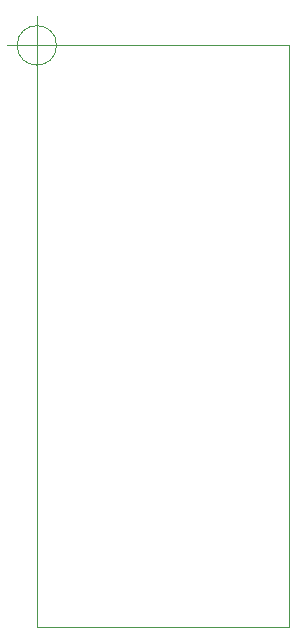
<source format=gbr>
G04 #@! TF.GenerationSoftware,KiCad,Pcbnew,(5.1.0)-1*
G04 #@! TF.CreationDate,2019-04-05T23:42:48+02:00*
G04 #@! TF.ProjectId,BT_module,42545f6d-6f64-4756-9c65-2e6b69636164,rev?*
G04 #@! TF.SameCoordinates,Original*
G04 #@! TF.FileFunction,Profile,NP*
%FSLAX46Y46*%
G04 Gerber Fmt 4.6, Leading zero omitted, Abs format (unit mm)*
G04 Created by KiCad (PCBNEW (5.1.0)-1) date 2019-04-05 23:42:48*
%MOMM*%
%LPD*%
G04 APERTURE LIST*
%ADD10C,0.050000*%
G04 APERTURE END LIST*
D10*
X121046666Y-50800000D02*
G75*
G03X121046666Y-50800000I-1666666J0D01*
G01*
X116880000Y-50800000D02*
X121880000Y-50800000D01*
X119380000Y-48300000D02*
X119380000Y-53300000D01*
X140716000Y-50800000D02*
X119380000Y-50800000D01*
X140716000Y-100076000D02*
X140716000Y-50800000D01*
X119380000Y-100076000D02*
X140716000Y-100076000D01*
X119380000Y-50800000D02*
X119380000Y-100076000D01*
M02*

</source>
